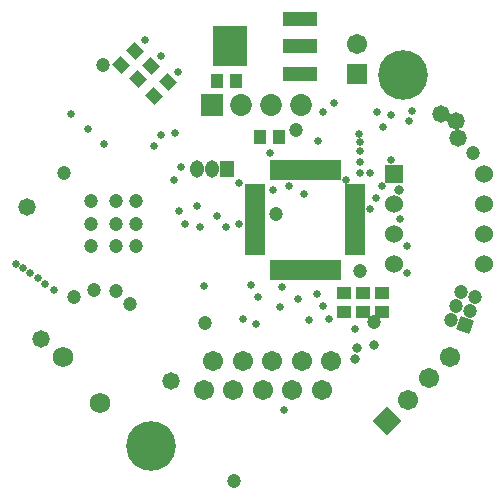
<source format=gts>
G04*
G04 #@! TF.GenerationSoftware,Altium Limited,Altium Designer,20.0.7 (75)*
G04*
G04 Layer_Color=8388736*
%FSLAX44Y44*%
%MOMM*%
G71*
G01*
G75*
%ADD24R,2.9032X1.2032*%
%ADD25R,2.9032X3.5032*%
%ADD26R,1.1684X1.0668*%
%ADD27R,1.0668X1.1684*%
G04:AMPARAMS|DCode=28|XSize=1.0668mm|YSize=1.1684mm|CornerRadius=0mm|HoleSize=0mm|Usage=FLASHONLY|Rotation=225.000|XOffset=0mm|YOffset=0mm|HoleType=Round|Shape=Rectangle|*
%AMROTATEDRECTD28*
4,1,4,-0.0359,0.7903,0.7903,-0.0359,0.0359,-0.7903,-0.7903,0.0359,-0.0359,0.7903,0.0*
%
%ADD28ROTATEDRECTD28*%

%ADD29R,1.6764X0.4826*%
%ADD30R,0.4826X1.6764*%
%ADD31R,1.2032X1.4732*%
%ADD32O,1.2032X1.4732*%
%ADD33C,1.7032*%
%ADD34R,1.7032X1.7032*%
%ADD35C,1.7272*%
%ADD36R,1.8532X1.8532*%
%ADD37C,1.8532*%
%ADD38P,1.7016X4X385.0*%
%ADD39C,1.2032*%
%ADD40R,1.5240X1.5240*%
%ADD41C,1.5240*%
%ADD42C,4.2032*%
%ADD43P,2.4087X4X90.0*%
%ADD44C,1.4732*%
%ADD45C,0.6532*%
%ADD46C,0.8032*%
D24*
X35500Y147000D02*
D03*
Y170000D02*
D03*
Y193000D02*
D03*
D25*
X-23500Y170000D02*
D03*
D26*
X73000Y-55001D02*
D03*
Y-38999D02*
D03*
X105000Y-55001D02*
D03*
Y-38999D02*
D03*
X89000Y-55001D02*
D03*
Y-38999D02*
D03*
D27*
X-18999Y141000D02*
D03*
X-35001D02*
D03*
X1999Y93000D02*
D03*
X18001D02*
D03*
D28*
X-115658Y154343D02*
D03*
X-104342Y165657D02*
D03*
X-101658Y142342D02*
D03*
X-90343Y153657D02*
D03*
X-87658Y128342D02*
D03*
X-76343Y139657D02*
D03*
D29*
X82164Y-4500D02*
D03*
Y500D02*
D03*
Y5500D02*
D03*
Y10500D02*
D03*
Y15500D02*
D03*
Y20500D02*
D03*
Y25500D02*
D03*
Y30500D02*
D03*
Y35500D02*
D03*
Y40500D02*
D03*
Y45500D02*
D03*
Y50500D02*
D03*
X-2164D02*
D03*
Y45500D02*
D03*
Y40500D02*
D03*
Y35500D02*
D03*
Y30500D02*
D03*
Y25500D02*
D03*
Y20500D02*
D03*
Y15500D02*
D03*
Y10500D02*
D03*
Y5500D02*
D03*
Y500D02*
D03*
Y-4500D02*
D03*
D30*
X67500Y65164D02*
D03*
X62500D02*
D03*
X57500D02*
D03*
X52500D02*
D03*
X47500D02*
D03*
X42500D02*
D03*
X37500D02*
D03*
X32500D02*
D03*
X27500D02*
D03*
X22500D02*
D03*
X17500D02*
D03*
X12500D02*
D03*
Y-19164D02*
D03*
X17500D02*
D03*
X22500D02*
D03*
X27500D02*
D03*
X32500D02*
D03*
X37500D02*
D03*
X42500D02*
D03*
X47500D02*
D03*
X52500D02*
D03*
X57500D02*
D03*
X62500D02*
D03*
X67500D02*
D03*
D31*
X-26600Y66300D02*
D03*
D32*
X-39300D02*
D03*
X-52000D02*
D03*
D33*
X84000Y172000D02*
D03*
X54000Y-121000D02*
D03*
X29000D02*
D03*
X4000D02*
D03*
X-21000D02*
D03*
X-46000D02*
D03*
X162882Y-93118D02*
D03*
X144921Y-111079D02*
D03*
X126960Y-129039D02*
D03*
X62000Y-96000D02*
D03*
X37000D02*
D03*
X12000D02*
D03*
X-13000D02*
D03*
X-38000D02*
D03*
D34*
X84000Y146600D02*
D03*
D35*
X-165462Y-93300D02*
D03*
X-133996Y-132157D02*
D03*
D36*
X-39000Y120000D02*
D03*
D37*
X-14000D02*
D03*
X11000D02*
D03*
X36000D02*
D03*
D38*
X175313Y-65868D02*
D03*
D39*
X163379Y-61525D02*
D03*
X179656Y-53934D02*
D03*
X184000Y-42000D02*
D03*
X172066Y-37656D02*
D03*
X167722Y-49591D02*
D03*
X182000Y80000D02*
D03*
X-103000Y39000D02*
D03*
X-120000D02*
D03*
X-141000D02*
D03*
Y20000D02*
D03*
X-103000D02*
D03*
X-120000D02*
D03*
Y1000D02*
D03*
X-103000D02*
D03*
X-141000D02*
D03*
X-119850Y-37000D02*
D03*
X-108000Y-48000D02*
D03*
X98148Y-63099D02*
D03*
X-156000Y-42000D02*
D03*
X-139000Y-36000D02*
D03*
X-45000Y-64000D02*
D03*
X-20000Y-198000D02*
D03*
X32000Y99000D02*
D03*
X-131000Y154000D02*
D03*
X86000Y-20000D02*
D03*
X-164000Y63000D02*
D03*
X15500Y28164D02*
D03*
D40*
X114800Y62200D02*
D03*
D41*
Y36800D02*
D03*
Y11400D02*
D03*
Y-14000D02*
D03*
X191000D02*
D03*
Y11400D02*
D03*
Y36800D02*
D03*
Y62200D02*
D03*
D42*
X-91000Y-168000D02*
D03*
X123000Y146000D02*
D03*
D43*
X109000Y-147000D02*
D03*
D44*
X155000Y113000D02*
D03*
X168018Y106612D02*
D03*
X169569Y92193D02*
D03*
X-74000Y-113000D02*
D03*
X-184000Y-78000D02*
D03*
X-196000Y34000D02*
D03*
D45*
X112725Y74000D02*
D03*
X126000Y1000D02*
D03*
X130000Y115000D02*
D03*
X128000Y107000D02*
D03*
X113000Y112000D02*
D03*
X100712Y114000D02*
D03*
X120000Y24000D02*
D03*
X126000Y-22000D02*
D03*
X55000Y114000D02*
D03*
X-52000Y35000D02*
D03*
X10000Y80000D02*
D03*
X-46000Y-33000D02*
D03*
X-88022Y85478D02*
D03*
X22000Y-138000D02*
D03*
X85575Y96000D02*
D03*
X106000Y102000D02*
D03*
X86000Y89000D02*
D03*
X43000Y-62000D02*
D03*
X82000Y-69000D02*
D03*
X55000Y-50000D02*
D03*
X50000Y-40000D02*
D03*
X26000Y52000D02*
D03*
X39000Y45000D02*
D03*
X74683Y56683D02*
D03*
X-16000Y54000D02*
D03*
X13000Y48000D02*
D03*
X-35000Y26000D02*
D03*
X95000Y32000D02*
D03*
X100250Y41250D02*
D03*
X105000Y52000D02*
D03*
X-13000Y-61000D02*
D03*
X-6000Y-32000D02*
D03*
X0Y-42000D02*
D03*
X-2000Y-65000D02*
D03*
X-16000Y20000D02*
D03*
X-27000Y17000D02*
D03*
X-67000Y31000D02*
D03*
X-49000Y17000D02*
D03*
X-65000Y68000D02*
D03*
X-71000Y57000D02*
D03*
X-70000Y97000D02*
D03*
X-62000Y20000D02*
D03*
X60000Y-61000D02*
D03*
X95000Y63000D02*
D03*
X51000Y90000D02*
D03*
X86000Y81000D02*
D03*
Y72000D02*
D03*
Y63000D02*
D03*
X19000Y-50336D02*
D03*
X34000Y-44000D02*
D03*
X20000Y-34000D02*
D03*
X-130130Y87000D02*
D03*
X-144000Y100000D02*
D03*
X-158000Y112870D02*
D03*
X-96000Y175000D02*
D03*
X-82000Y162000D02*
D03*
X-68000Y148000D02*
D03*
X-173000Y-36000D02*
D03*
X-180000Y-31000D02*
D03*
X-186000Y-26000D02*
D03*
X-193000Y-22000D02*
D03*
X-199000Y-18000D02*
D03*
X-205000Y-14000D02*
D03*
X-82000Y95000D02*
D03*
X64000Y122000D02*
D03*
D46*
X119000Y48000D02*
D03*
X98000Y-83000D02*
D03*
X84000Y-85000D02*
D03*
X82000Y-95000D02*
D03*
M02*

</source>
